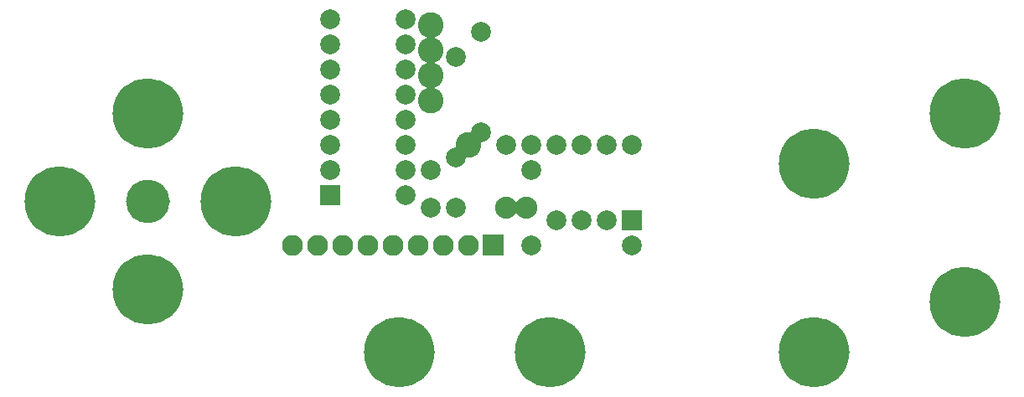
<source format=gbr>
%FSLAX34Y34*%
%MOMM*%
%LNSOLDERMASK_TOP*%
G71*
G01*
%ADD10C,2.000*%
%ADD11C,2.600*%
%ADD12C,2.120*%
%ADD13C,0.600*%
%ADD14C,2.000*%
%ADD15C,2.240*%
%ADD16C,0.800*%
%LPD*%
G36*
X383700Y244000D02*
X383700Y264000D01*
X403700Y264000D01*
X403700Y244000D01*
X383700Y244000D01*
G37*
X393700Y279400D02*
G54D10*
D03*
X393700Y304800D02*
G54D10*
D03*
X393700Y330200D02*
G54D10*
D03*
X393700Y355600D02*
G54D10*
D03*
X393700Y381000D02*
G54D10*
D03*
X393700Y406400D02*
G54D10*
D03*
X393700Y431800D02*
G54D10*
D03*
X469900Y431800D02*
G54D10*
D03*
X469900Y406400D02*
G54D10*
D03*
X469900Y381000D02*
G54D10*
D03*
X469900Y355600D02*
G54D10*
D03*
X469900Y330200D02*
G54D10*
D03*
X469900Y304800D02*
G54D10*
D03*
X469900Y279400D02*
G54D10*
D03*
X469900Y254000D02*
G54D10*
D03*
X533400Y304800D02*
G54D11*
D03*
X495300Y400050D02*
G54D11*
D03*
G36*
X708500Y218600D02*
X688500Y218600D01*
X688500Y238600D01*
X708500Y238600D01*
X708500Y218600D01*
G37*
X673100Y228600D02*
G54D10*
D03*
X647700Y228600D02*
G54D10*
D03*
X622300Y228600D02*
G54D10*
D03*
X622300Y304800D02*
G54D10*
D03*
X647700Y304800D02*
G54D10*
D03*
X673100Y304800D02*
G54D10*
D03*
X698500Y304800D02*
G54D10*
D03*
X495300Y349250D02*
G54D11*
D03*
X495300Y425450D02*
G54D11*
D03*
G36*
X569400Y192600D02*
X548200Y192600D01*
X548200Y213800D01*
X569400Y213800D01*
X569400Y192600D01*
G37*
X533400Y203200D02*
G54D12*
D03*
X508000Y203200D02*
G54D12*
D03*
X482600Y203200D02*
G54D12*
D03*
X457200Y203200D02*
G54D12*
D03*
X431800Y203200D02*
G54D12*
D03*
X406400Y203200D02*
G54D12*
D03*
X381000Y203200D02*
G54D12*
D03*
X355600Y203200D02*
G54D12*
D03*
G54D13*
G75*
G01X228600Y247650D02*
G03X228600Y247650I-19050J0D01*
G01*
G36*
G75*
G01X228600Y247650D02*
G03X228600Y247650I-19050J0D01*
G01*
G37*
X228600Y247650D01*
X495300Y279400D02*
G54D14*
D03*
X596900Y279400D02*
G54D14*
D03*
X596900Y203200D02*
G54D14*
D03*
X698500Y203200D02*
G54D14*
D03*
X571500Y241300D02*
G54D15*
D03*
X591600Y241300D02*
G54D15*
D03*
X495300Y374650D02*
G54D11*
D03*
X520700Y292100D02*
G54D14*
D03*
X520700Y393700D02*
G54D14*
D03*
X546100Y317500D02*
G54D14*
D03*
X546100Y419100D02*
G54D14*
D03*
X596900Y304800D02*
G54D14*
D03*
X571500Y304800D02*
G54D14*
D03*
X520700Y241300D02*
G54D14*
D03*
X495300Y241300D02*
G54D14*
D03*
G54D16*
G75*
G01X241300Y336550D02*
G03X241300Y336550I-31750J0D01*
G01*
G36*
G75*
G01X241300Y336550D02*
G03X241300Y336550I-31750J0D01*
G01*
G37*
X241300Y336550D01*
G54D16*
G75*
G01X152400Y247650D02*
G03X152400Y247650I-31750J0D01*
G01*
G36*
G75*
G01X152400Y247650D02*
G03X152400Y247650I-31750J0D01*
G01*
G37*
X152400Y247650D01*
G54D16*
G75*
G01X330200Y247650D02*
G03X330200Y247650I-31750J0D01*
G01*
G36*
G75*
G01X330200Y247650D02*
G03X330200Y247650I-31750J0D01*
G01*
G37*
X330200Y247650D01*
G54D16*
G75*
G01X241300Y158750D02*
G03X241300Y158750I-31750J0D01*
G01*
G36*
G75*
G01X241300Y158750D02*
G03X241300Y158750I-31750J0D01*
G01*
G37*
X241300Y158750D01*
G54D16*
G75*
G01X495300Y95250D02*
G03X495300Y95250I-31750J0D01*
G01*
G36*
G75*
G01X495300Y95250D02*
G03X495300Y95250I-31750J0D01*
G01*
G37*
X495300Y95250D01*
G54D16*
G75*
G01X647700Y95250D02*
G03X647700Y95250I-31750J0D01*
G01*
G36*
G75*
G01X647700Y95250D02*
G03X647700Y95250I-31750J0D01*
G01*
G37*
X647700Y95250D01*
G54D16*
G75*
G01X914400Y285750D02*
G03X914400Y285750I-31750J0D01*
G01*
G36*
G75*
G01X914400Y285750D02*
G03X914400Y285750I-31750J0D01*
G01*
G37*
X914400Y285750D01*
G54D16*
G75*
G01X1066800Y336550D02*
G03X1066800Y336550I-31750J0D01*
G01*
G36*
G75*
G01X1066800Y336550D02*
G03X1066800Y336550I-31750J0D01*
G01*
G37*
X1066800Y336550D01*
G54D16*
G75*
G01X1066800Y146050D02*
G03X1066800Y146050I-31750J0D01*
G01*
G36*
G75*
G01X1066800Y146050D02*
G03X1066800Y146050I-31750J0D01*
G01*
G37*
X1066800Y146050D01*
G54D16*
G75*
G01X914400Y95250D02*
G03X914400Y95250I-31750J0D01*
G01*
G36*
G75*
G01X914400Y95250D02*
G03X914400Y95250I-31750J0D01*
G01*
G37*
X914400Y95250D01*
M02*

</source>
